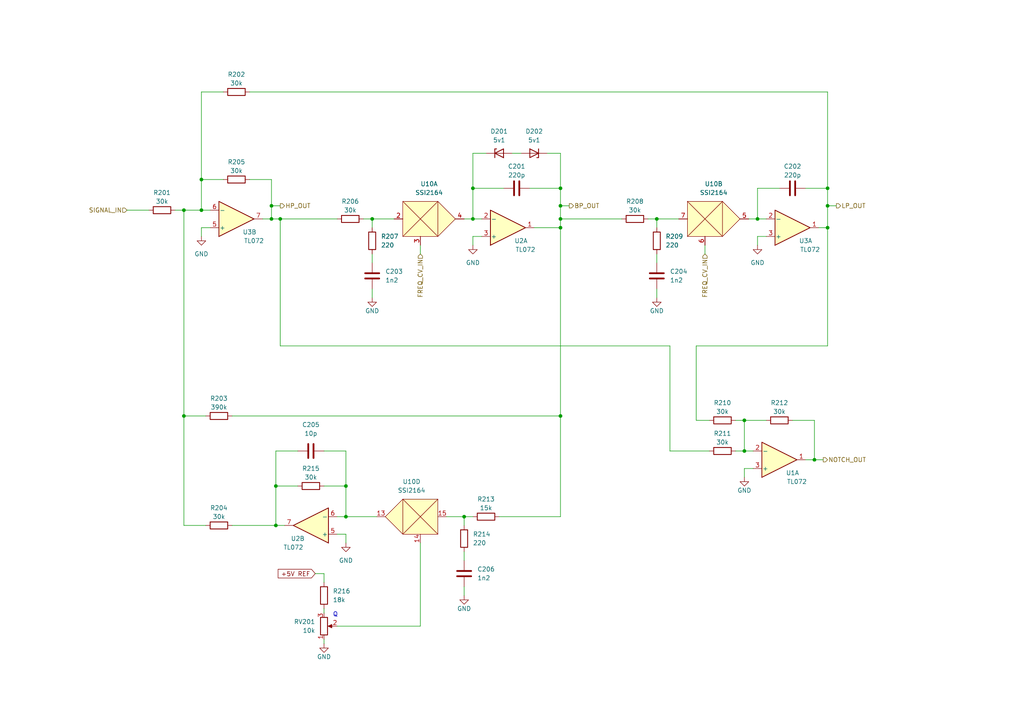
<source format=kicad_sch>
(kicad_sch (version 20211123) (generator eeschema)
  (paper "A4")
  (title_block (title "Josh Ox Ribbon Synth VCF/VCA board") (date "2022-07-21") (rev "0") (comment 1 "creativecommons.org/licenses/by/4.0/") (comment 2 "License: CC by 4.0") (comment 3 "Author: Jordan Aceto"))
  (lib_symbols
    (symbol "Amplifier_Operational:TL072" (pin_names (offset 0.127))
      (property "Reference" "U" (at 0 5.08 0))
      (property "Value" "TL072" (at 0 -5.08 0))
      (symbol "TL072_1_1"
        (polyline (pts (xy -5.08 5.08) (xy 5.08 0) (xy -5.08 -5.08) (xy -5.08 5.08)) (stroke (width 0.254)) (fill (type background)))
        (pin output line (at 7.62 0 180) (length 2.54) (name "~") (number "1"))
        (pin input line (at -7.62 -2.54 0) (length 2.54) (name "-") (number "2"))
        (pin input line (at -7.62 2.54 0) (length 2.54) (name "+") (number "3"))
      )
      (symbol "TL072_2_1"
        (polyline (pts (xy -5.08 5.08) (xy 5.08 0) (xy -5.08 -5.08) (xy -5.08 5.08)) (stroke (width 0.254)) (fill (type background)))
        (pin input line (at -7.62 2.54 0) (length 2.54) (name "+") (number "5"))
        (pin input line (at -7.62 -2.54 0) (length 2.54) (name "-") (number "6"))
        (pin output line (at 7.62 0 180) (length 2.54) (name "~") (number "7"))
      )
      (symbol "TL072_3_1"
        (pin power_in line (at -2.54 -7.62 90) (length 3.81) (name "V-") (number "4"))
        (pin power_in line (at -2.54 7.62 270) (length 3.81) (name "V+") (number "8"))
      )
    )
    (symbol "Device:C" (pin_numbers hide) (pin_names (offset 0.254))
      (property "Reference" "C" (at 0.635 2.54 0))
      (property "Value" "C" (at 0.635 -2.54 0))
      (symbol "C_0_1"
        (polyline (pts (xy -2.032 -0.762) (xy 2.032 -0.762)) (stroke (width 0.508)))
        (polyline (pts (xy -2.032 0.762) (xy 2.032 0.762)) (stroke (width 0.508)))
      )
      (symbol "C_1_1"
        (pin passive line (at 0 3.81 270) (length 2.794) (name "~") (number "1"))
        (pin passive line (at 0 -3.81 90) (length 2.794) (name "~") (number "2"))
      )
    )
    (symbol "Device:D_Zener" (pin_numbers hide) (pin_names (offset 1.016) hide)
      (property "Reference" "D" (at 0 2.54 0))
      (property "Value" "D_Zener" (at 0 -2.54 0))
      (symbol "D_Zener_0_1"
        (polyline (pts (xy 1.27 0) (xy -1.27 0)))
        (polyline (pts (xy -1.27 -1.27) (xy -1.27 1.27) (xy -0.762 1.27)) (stroke (width 0.254)))
        (polyline (pts (xy 1.27 -1.27) (xy 1.27 1.27) (xy -1.27 0) (xy 1.27 -1.27)) (stroke (width 0.254)))
      )
      (symbol "D_Zener_1_1"
        (pin passive line (at -3.81 0 0) (length 2.54) (name "K") (number "1"))
        (pin passive line (at 3.81 0 180) (length 2.54) (name "A") (number "2"))
      )
    )
    (symbol "Device:R" (pin_numbers hide) (pin_names (offset 0))
      (property "Reference" "R" (at 2.032 0 90))
      (property "Value" "R" (at 0 0 90))
      (symbol "R_0_1"
        (rectangle (start -1.016 -2.54) (end 1.016 2.54) (stroke (width 0.254)))
      )
      (symbol "R_1_1"
        (pin passive line (at 0 3.81 270) (length 1.27) (name "~") (number "1"))
        (pin passive line (at 0 -3.81 90) (length 1.27) (name "~") (number "2"))
      )
    )
    (symbol "Device:R_Potentiometer" (pin_names (offset 1.016) hide)
      (property "Reference" "RV" (at -4.445 0 90))
      (property "Value" "R_Potentiometer" (at -2.54 0 90))
      (symbol "R_Potentiometer_0_1"
        (polyline (pts (xy 2.54 0) (xy 1.524 0)))
        (polyline (pts (xy 1.143 0) (xy 2.286 0.508) (xy 2.286 -0.508) (xy 1.143 0)) (fill (type outline)))
        (rectangle (start 1.016 2.54) (end -1.016 -2.54) (stroke (width 0.254)))
      )
      (symbol "R_Potentiometer_1_1"
        (pin passive line (at 0 3.81 270) (length 1.27) (name "1") (number "1"))
        (pin passive line (at 3.81 0 180) (length 1.27) (name "2") (number "2"))
        (pin passive line (at 0 -3.81 90) (length 1.27) (name "3") (number "3"))
      )
    )
    (symbol "custom_symbols:SSI2164" (pin_names (offset 1.016))
      (property "Reference" "U?" (at 0 10.16 0))
      (property "Value" "SSI2164" (at 0 7.62 0))
      (symbol "SSI2164_1_1"
        (rectangle (start -5.08 5.08) (end 5.08 -5.08) (fill (type background)))
        (polyline (pts (xy 5.08 5.08) (xy -5.08 -5.08)))
        (polyline (pts (xy 5.08 5.08) (xy 10.16 0) (xy 5.08 -5.08) (xy -5.08 5.08)) (fill (type background)))
        (pin input line (at -7.62 0 0) (length 2.54) (name "~") (number "2"))
        (pin input line (at 0 -7.62 90) (length 2.54) (name "~") (number "3"))
        (pin output line (at 12.7 0 180) (length 2.54) (name "~") (number "4"))
      )
      (symbol "SSI2164_2_1"
        (rectangle (start -5.08 5.08) (end 5.08 -5.08) (fill (type background)))
        (polyline (pts (xy 5.08 5.08) (xy -5.08 -5.08)))
        (polyline (pts (xy 5.08 5.08) (xy 10.16 0) (xy 5.08 -5.08) (xy -5.08 5.08)) (fill (type background)))
        (pin output line (at 12.7 0 180) (length 2.54) (name "~") (number "5"))
        (pin input line (at 0 -7.62 90) (length 2.54) (name "~") (number "6"))
        (pin input line (at -7.62 0 0) (length 2.54) (name "~") (number "7"))
      )
      (symbol "SSI2164_3_1"
        (rectangle (start -5.08 5.08) (end 5.08 -5.08) (fill (type background)))
        (polyline (pts (xy 5.08 5.08) (xy -5.08 -5.08)))
        (polyline (pts (xy 5.08 5.08) (xy 10.16 0) (xy 5.08 -5.08) (xy -5.08 5.08)) (fill (type background)))
        (pin input line (at -7.62 0 0) (length 2.54) (name "~") (number "10"))
        (pin input line (at 0 -7.62 90) (length 2.54) (name "~") (number "11"))
        (pin output line (at 12.7 0 180) (length 2.54) (name "~") (number "12"))
      )
      (symbol "SSI2164_4_1"
        (rectangle (start -5.08 5.08) (end 5.08 -5.08) (fill (type background)))
        (polyline (pts (xy 5.08 5.08) (xy -5.08 -5.08)))
        (polyline (pts (xy 5.08 5.08) (xy 10.16 0) (xy 5.08 -5.08) (xy -5.08 5.08)) (fill (type background)))
        (pin output line (at 12.7 0 180) (length 2.54) (name "~") (number "13"))
        (pin input line (at 0 -7.62 90) (length 2.54) (name "~") (number "14"))
        (pin input line (at -7.62 0 0) (length 2.54) (name "~") (number "15"))
      )
      (symbol "SSI2164_5_1"
        (pin input line (at 2.54 -10.16 180) (length 2.54) (name "mode") (number "1"))
        (pin power_in line (at 2.54 5.08 180) (length 2.54) (name "V+") (number "16"))
        (pin power_in line (at 2.54 0 180) (length 2.54) (name "gnd") (number "8"))
        (pin power_in line (at 2.54 -5.08 180) (length 2.54) (name "V-") (number "9"))
      )
    )
    (symbol "power:GND" (power) (pin_names (offset 0))
      (property "Value" "GND" (at 0 -3.81 0))
      (symbol "GND_0_1"
        (polyline (pts (xy 0 0) (xy 0 -1.27) (xy 1.27 -1.27) (xy 0 -2.54) (xy -1.27 -1.27) (xy 0 -1.27)))
      )
      (symbol "GND_1_1"
        (pin power_in line (at 0 0 270) (length 0) hide (name "GND") (number "1"))
      )
    )
  )
  (junction (at 78.74 63.5))
  (junction (at 58.42 60.96))
  (junction (at 80.01 152.4))
  (junction (at 107.95 63.5))
  (junction (at 162.56 63.5))
  (junction (at 215.9 121.92))
  (junction (at 215.9 130.81))
  (junction (at 240.03 66.04))
  (junction (at 162.56 66.04))
  (junction (at 100.33 149.86))
  (junction (at 81.28 63.5))
  (junction (at 58.42 52.07))
  (junction (at 80.01 140.97))
  (junction (at 134.62 149.86))
  (junction (at 162.56 54.61))
  (junction (at 162.56 120.65))
  (junction (at 240.03 59.69))
  (junction (at 100.33 140.97))
  (junction (at 240.03 54.61))
  (junction (at 78.74 59.69))
  (junction (at 190.5 63.5))
  (junction (at 137.16 63.5))
  (junction (at 236.22 133.35))
  (junction (at 162.56 59.69))
  (junction (at 53.34 120.65))
  (junction (at 53.34 60.96))
  (junction (at 219.71 63.5))
  (junction (at 137.16 54.61))
  (wire (pts (xy 190.5 73.66) (xy 190.5 76.2)))
  (wire (pts (xy 78.74 59.69) (xy 81.28 59.69)))
  (wire (pts (xy 153.67 54.61) (xy 162.56 54.61)))
  (wire (pts (xy 129.54 149.86) (xy 134.62 149.86)))
  (wire (pts (xy 162.56 44.45) (xy 162.56 54.61)))
  (wire (pts (xy 162.56 66.04) (xy 162.56 63.5)))
  (wire (pts (xy 58.42 68.58) (xy 58.42 66.04)))
  (wire (pts (xy 219.71 54.61) (xy 226.06 54.61)))
  (wire (pts (xy 137.16 54.61) (xy 146.05 54.61)))
  (wire (pts (xy 162.56 120.65) (xy 162.56 149.86)))
  (wire (pts (xy 236.22 133.35) (xy 238.76 133.35)))
  (wire (pts (xy 58.42 60.96) (xy 58.42 52.07)))
  (wire (pts (xy 97.79 181.61) (xy 121.92 181.61)))
  (wire (pts (xy 78.74 63.5) (xy 81.28 63.5)))
  (wire (pts (xy 58.42 26.67) (xy 58.42 52.07)))
  (wire (pts (xy 36.83 60.96) (xy 43.18 60.96)))
  (wire (pts (xy 53.34 120.65) (xy 59.69 120.65)))
  (wire (pts (xy 134.62 149.86) (xy 137.16 149.86)))
  (wire (pts (xy 240.03 54.61) (xy 240.03 26.67)))
  (wire (pts (xy 233.68 133.35) (xy 236.22 133.35)))
  (wire (pts (xy 222.25 63.5) (xy 219.71 63.5)))
  (wire (pts (xy 107.95 63.5) (xy 114.3 63.5)))
  (wire (pts (xy 201.93 121.92) (xy 201.93 100.33)))
  (wire (pts (xy 80.01 152.4) (xy 67.31 152.4)))
  (wire (pts (xy 215.9 121.92) (xy 222.25 121.92)))
  (wire (pts (xy 107.95 66.04) (xy 107.95 63.5)))
  (wire (pts (xy 107.95 73.66) (xy 107.95 76.2)))
  (wire (pts (xy 217.17 63.5) (xy 219.71 63.5)))
  (wire (pts (xy 215.9 135.89) (xy 218.44 135.89)))
  (wire (pts (xy 134.62 160.02) (xy 134.62 162.56)))
  (wire (pts (xy 58.42 60.96) (xy 60.96 60.96)))
  (wire (pts (xy 53.34 120.65) (xy 53.34 152.4)))
  (wire (pts (xy 134.62 170.18) (xy 134.62 172.72)))
  (wire (pts (xy 78.74 52.07) (xy 72.39 52.07)))
  (wire (pts (xy 78.74 63.5) (xy 78.74 59.69)))
  (wire (pts (xy 139.7 63.5) (xy 137.16 63.5)))
  (wire (pts (xy 190.5 83.82) (xy 190.5 86.36)))
  (wire (pts (xy 213.36 130.81) (xy 215.9 130.81)))
  (wire (pts (xy 93.98 176.53) (xy 93.98 177.8)))
  (wire (pts (xy 134.62 63.5) (xy 137.16 63.5)))
  (wire (pts (xy 59.69 152.4) (xy 53.34 152.4)))
  (wire (pts (xy 190.5 63.5) (xy 196.85 63.5)))
  (wire (pts (xy 219.71 71.12) (xy 219.71 68.58)))
  (wire (pts (xy 80.01 140.97) (xy 86.36 140.97)))
  (wire (pts (xy 100.33 157.48) (xy 100.33 154.94)))
  (wire (pts (xy 107.95 63.5) (xy 105.41 63.5)))
  (wire (pts (xy 137.16 71.12) (xy 137.16 68.58)))
  (wire (pts (xy 81.28 63.5) (xy 97.79 63.5)))
  (wire (pts (xy 121.92 157.48) (xy 121.92 181.61)))
  (wire (pts (xy 205.74 121.92) (xy 201.93 121.92)))
  (wire (pts (xy 233.68 54.61) (xy 240.03 54.61)))
  (wire (pts (xy 162.56 66.04) (xy 162.56 120.65)))
  (wire (pts (xy 100.33 140.97) (xy 93.98 140.97)))
  (wire (pts (xy 76.2 63.5) (xy 78.74 63.5)))
  (wire (pts (xy 236.22 133.35) (xy 236.22 121.92)))
  (wire (pts (xy 80.01 152.4) (xy 80.01 140.97)))
  (wire (pts (xy 190.5 63.5) (xy 187.96 63.5)))
  (wire (pts (xy 97.79 149.86) (xy 100.33 149.86)))
  (wire (pts (xy 93.98 166.37) (xy 93.98 168.91)))
  (wire (pts (xy 100.33 149.86) (xy 109.22 149.86)))
  (wire (pts (xy 190.5 66.04) (xy 190.5 63.5)))
  (wire (pts (xy 58.42 26.67) (xy 64.77 26.67)))
  (wire (pts (xy 121.92 71.12) (xy 121.92 73.66)))
  (wire (pts (xy 215.9 135.89) (xy 215.9 138.43)))
  (wire (pts (xy 58.42 52.07) (xy 64.77 52.07)))
  (wire (pts (xy 78.74 59.69) (xy 78.74 52.07)))
  (wire (pts (xy 82.55 152.4) (xy 80.01 152.4)))
  (wire (pts (xy 100.33 149.86) (xy 100.33 140.97)))
  (wire (pts (xy 137.16 44.45) (xy 137.16 54.61)))
  (wire (pts (xy 97.79 154.94) (xy 100.33 154.94)))
  (wire (pts (xy 81.28 63.5) (xy 81.28 100.33)))
  (wire (pts (xy 215.9 130.81) (xy 218.44 130.81)))
  (wire (pts (xy 67.31 120.65) (xy 162.56 120.65)))
  (wire (pts (xy 240.03 59.69) (xy 240.03 66.04)))
  (wire (pts (xy 219.71 68.58) (xy 222.25 68.58)))
  (wire (pts (xy 162.56 59.69) (xy 165.1 59.69)))
  (wire (pts (xy 107.95 83.82) (xy 107.95 86.36)))
  (wire (pts (xy 100.33 130.81) (xy 100.33 140.97)))
  (wire (pts (xy 148.59 44.45) (xy 151.13 44.45)))
  (wire (pts (xy 162.56 59.69) (xy 162.56 54.61)))
  (wire (pts (xy 162.56 149.86) (xy 144.78 149.86)))
  (wire (pts (xy 194.31 130.81) (xy 205.74 130.81)))
  (wire (pts (xy 215.9 130.81) (xy 215.9 121.92)))
  (wire (pts (xy 194.31 100.33) (xy 194.31 130.81)))
  (wire (pts (xy 240.03 54.61) (xy 240.03 59.69)))
  (wire (pts (xy 240.03 59.69) (xy 242.57 59.69)))
  (wire (pts (xy 137.16 68.58) (xy 139.7 68.58)))
  (wire (pts (xy 204.47 71.12) (xy 204.47 73.66)))
  (wire (pts (xy 72.39 26.67) (xy 240.03 26.67)))
  (wire (pts (xy 154.94 66.04) (xy 162.56 66.04)))
  (wire (pts (xy 58.42 66.04) (xy 60.96 66.04)))
  (wire (pts (xy 93.98 130.81) (xy 100.33 130.81)))
  (wire (pts (xy 81.28 100.33) (xy 194.31 100.33)))
  (wire (pts (xy 53.34 60.96) (xy 58.42 60.96)))
  (wire (pts (xy 80.01 130.81) (xy 80.01 140.97)))
  (wire (pts (xy 93.98 186.69) (xy 93.98 185.42)))
  (wire (pts (xy 162.56 63.5) (xy 180.34 63.5)))
  (wire (pts (xy 86.36 130.81) (xy 80.01 130.81)))
  (wire (pts (xy 201.93 100.33) (xy 240.03 100.33)))
  (wire (pts (xy 162.56 63.5) (xy 162.56 59.69)))
  (wire (pts (xy 50.8 60.96) (xy 53.34 60.96)))
  (wire (pts (xy 53.34 60.96) (xy 53.34 120.65)))
  (wire (pts (xy 213.36 121.92) (xy 215.9 121.92)))
  (wire (pts (xy 134.62 149.86) (xy 134.62 152.4)))
  (wire (pts (xy 219.71 63.5) (xy 219.71 54.61)))
  (wire (pts (xy 229.87 121.92) (xy 236.22 121.92)))
  (wire (pts (xy 237.49 66.04) (xy 240.03 66.04)))
  (wire (pts (xy 158.75 44.45) (xy 162.56 44.45)))
  (wire (pts (xy 240.03 100.33) (xy 240.03 66.04)))
  (wire (pts (xy 137.16 63.5) (xy 137.16 54.61)))
  (wire (pts (xy 91.44 166.37) (xy 93.98 166.37)))
  (wire (pts (xy 140.97 44.45) (xy 137.16 44.45)))
  (text "Q" (at 96.52 179.07 0) (effects (font (size 1.27 1.27)) (justify left bottom)))
  (global_label "+5V REF" (shape input) (at 91.44 166.37 180) (property "Intersheet References" "${INTERSHEET_REFS}" (effects hide)))
  (hierarchical_label "SIGNAL_IN" (shape input) (at 36.83 60.96 180))
  (hierarchical_label "FREQ_CV_IN" (shape input) (at 121.92 73.66 270))
  (hierarchical_label "BP_OUT" (shape output) (at 165.1 59.69 0))
  (hierarchical_label "HP_OUT" (shape output) (at 81.28 59.69 0))
  (hierarchical_label "FREQ_CV_IN" (shape input) (at 204.47 73.66 270))
  (hierarchical_label "NOTCH_OUT" (shape output) (at 238.76 133.35 0))
  (hierarchical_label "LP_OUT" (shape output) (at 242.57 59.69 0))
  (symbol (lib_id "Device:R") (at 93.98 172.72 0) (unit 1)
    (property "Reference" "R216" (at 96.52 171.4499 0) (effects (justify left)))
    (property "Value" "18k" (at 96.52 173.9899 0) (effects (justify left)))
    (property "Footprint" "Resistor_SMD:R_0805_2012Metric" (effects hide))
  )
  (symbol (lib_id "power:GND") (at 58.42 68.58 0) (unit 1)
    (property "Reference" "#PWR0201" (effects hide))
    (property "Value" "GND" (at 58.42 73.66 0))
  )
  (symbol (lib_id "power:GND") (at 93.98 186.69 0) (unit 1)
    (property "Reference" "#PWR0209" (effects hide))
    (property "Value" "GND" (at 93.98 190.5 0))
  )
  (symbol (lib_id "Device:C") (at 190.5 80.01 0) (unit 1)
    (property "Reference" "C204" (at 194.31 78.7399 0) (effects (justify left)))
    (property "Value" "1n2" (at 194.31 81.2799 0) (effects (justify left)))
    (property "Footprint" "Capacitor_SMD:C_0805_2012Metric" (effects hide))
  )
  (symbol (lib_id "Amplifier_Operational:TL072") (at 147.32 66.04 0) (mirror x) (unit 1)
    (property "Reference" "U2" (at 151.13 69.85 0))
    (property "Value" "TL072" (at 152.4 72.39 0))
    (property "Footprint" "Package_SO:SO-8_5.3x6.2mm_P1.27mm" (effects hide))
    (property "Datasheet" "http://www.ti.com/lit/ds/symlink/tl071.pdf" (effects hide))
  )
  (symbol (lib_id "Device:R") (at 63.5 120.65 90) (unit 1)
    (property "Reference" "R203" (at 63.5 115.57 90))
    (property "Value" "390k" (at 63.5 118.11 90))
    (property "Footprint" "Resistor_SMD:R_0805_2012Metric" (effects hide))
  )
  (symbol (lib_id "Amplifier_Operational:TL072") (at 90.17 152.4 180) (unit 2)
    (property "Reference" "U2" (at 86.36 156.21 0))
    (property "Value" "TL072" (at 85.09 158.75 0))
    (property "Footprint" "Package_SO:SO-8_5.3x6.2mm_P1.27mm" (effects hide))
    (property "Datasheet" "http://www.ti.com/lit/ds/symlink/tl071.pdf" (effects hide))
  )
  (symbol (lib_id "power:GND") (at 137.16 71.12 0) (unit 1)
    (property "Reference" "#PWR0202" (effects hide))
    (property "Value" "GND" (at 137.16 76.2 0))
  )
  (symbol (lib_id "Device:R") (at 63.5 152.4 90) (unit 1)
    (property "Reference" "R204" (at 63.5 147.32 90))
    (property "Value" "30k" (at 63.5 149.86 90))
    (property "Footprint" "Resistor_SMD:R_0805_2012Metric" (effects hide))
  )
  (symbol (lib_id "custom_symbols:SSI2164") (at 121.92 149.86 0) (mirror y) (unit 4)
    (property "Reference" "U10" (at 119.38 139.7 0))
    (property "Value" "SSI2164" (at 119.38 142.24 0))
    (property "Footprint" "Package_SO:SOIC-16_3.9x9.9mm_P1.27mm" (effects hide))
    (property "Datasheet" "https://www.soundsemiconductor.com/downloads/ssi2164datasheet.pdf" (effects hide))
  )
  (symbol (lib_id "Device:C") (at 149.86 54.61 90) (unit 1)
    (property "Reference" "C201" (at 149.86 48.26 90))
    (property "Value" "220p" (at 149.86 50.8 90))
    (property "Footprint" "Capacitor_THT:C_Rect_L7.2mm_W4.5mm_P5.00mm_FKS2_FKP2_MKS2_MKP2" (effects hide))
  )
  (symbol (lib_id "Device:R") (at 68.58 52.07 90) (unit 1)
    (property "Reference" "R205" (at 68.58 46.99 90))
    (property "Value" "30k" (at 68.58 49.53 90))
    (property "Footprint" "Resistor_SMD:R_0805_2012Metric" (effects hide))
  )
  (symbol (lib_id "Device:R") (at 46.99 60.96 90) (unit 1)
    (property "Reference" "R201" (at 46.99 55.88 90))
    (property "Value" "30k" (at 46.99 58.42 90))
    (property "Footprint" "Resistor_SMD:R_0805_2012Metric" (effects hide))
  )
  (symbol (lib_id "Device:R") (at 107.95 69.85 0) (unit 1)
    (property "Reference" "R207" (at 110.49 68.5799 0) (effects (justify left)))
    (property "Value" "220" (at 110.49 71.1199 0) (effects (justify left)))
    (property "Footprint" "Resistor_SMD:R_0805_2012Metric" (effects hide))
  )
  (symbol (lib_id "Amplifier_Operational:TL072") (at 229.87 66.04 0) (mirror x) (unit 1)
    (property "Reference" "U3" (at 233.68 69.85 0))
    (property "Value" "TL072" (at 234.95 72.39 0))
    (property "Footprint" "Package_SO:SO-8_5.3x6.2mm_P1.27mm" (effects hide))
    (property "Datasheet" "http://www.ti.com/lit/ds/symlink/tl071.pdf" (effects hide))
  )
  (symbol (lib_id "Device:R") (at 68.58 26.67 90) (unit 1)
    (property "Reference" "R202" (at 68.58 21.59 90))
    (property "Value" "30k" (at 68.58 24.13 90))
    (property "Footprint" "Resistor_SMD:R_0805_2012Metric" (effects hide))
  )
  (symbol (lib_id "Device:R") (at 101.6 63.5 90) (unit 1)
    (property "Reference" "R206" (at 101.6 58.42 90))
    (property "Value" "30k" (at 101.6 60.96 90))
    (property "Footprint" "Resistor_SMD:R_0805_2012Metric" (effects hide))
  )
  (symbol (lib_id "power:GND") (at 190.5 86.36 0) (unit 1)
    (property "Reference" "#PWR0205" (effects hide))
    (property "Value" "GND" (at 190.5 90.17 0))
  )
  (symbol (lib_id "power:GND") (at 107.95 86.36 0) (unit 1)
    (property "Reference" "#PWR0204" (effects hide))
    (property "Value" "GND" (at 107.95 90.17 0))
  )
  (symbol (lib_id "Device:C") (at 229.87 54.61 90) (unit 1)
    (property "Reference" "C202" (at 229.87 48.26 90))
    (property "Value" "220p" (at 229.87 50.8 90))
    (property "Footprint" "Capacitor_THT:C_Rect_L7.2mm_W4.5mm_P5.00mm_FKS2_FKP2_MKS2_MKP2" (effects hide))
  )
  (symbol (lib_id "Device:C") (at 90.17 130.81 90) (unit 1)
    (property "Reference" "C205" (at 90.17 123.19 90))
    (property "Value" "10p" (at 90.17 125.73 90))
    (property "Footprint" "Capacitor_SMD:C_0805_2012Metric" (effects hide))
  )
  (symbol (lib_id "power:GND") (at 100.33 157.48 0) (mirror y) (unit 1)
    (property "Reference" "#PWR0206" (effects hide))
    (property "Value" "~" (at 100.33 162.56 0))
  )
  (symbol (lib_id "Device:R") (at 184.15 63.5 90) (unit 1)
    (property "Reference" "R208" (at 184.15 58.42 90))
    (property "Value" "30k" (at 184.15 60.96 90))
    (property "Footprint" "Resistor_SMD:R_0805_2012Metric" (effects hide))
  )
  (symbol (lib_id "power:GND") (at 219.71 71.12 0) (unit 1)
    (property "Reference" "#PWR0203" (effects hide))
    (property "Value" "GND" (at 219.71 76.2 0))
  )
  (symbol (lib_id "Device:C") (at 107.95 80.01 0) (unit 1)
    (property "Reference" "C203" (at 111.76 78.7399 0) (effects (justify left)))
    (property "Value" "1n2" (at 111.76 81.2799 0) (effects (justify left)))
    (property "Footprint" "Capacitor_SMD:C_0805_2012Metric" (effects hide))
  )
  (symbol (lib_id "Device:C") (at 134.62 166.37 0) (unit 1)
    (property "Reference" "C206" (at 138.43 165.0999 0) (effects (justify left)))
    (property "Value" "1n2" (at 138.43 167.6399 0) (effects (justify left)))
    (property "Footprint" "Capacitor_SMD:C_0805_2012Metric" (effects hide))
  )
  (symbol (lib_id "Device:R") (at 209.55 121.92 90) (unit 1)
    (property "Reference" "R210" (at 209.55 116.84 90))
    (property "Value" "30k" (at 209.55 119.38 90))
    (property "Footprint" "Resistor_SMD:R_0805_2012Metric" (effects hide))
  )
  (symbol (lib_id "Amplifier_Operational:TL072") (at 68.58 63.5 0) (mirror x) (unit 2)
    (property "Reference" "U3" (at 72.39 67.31 0))
    (property "Value" "TL072" (at 73.66 69.85 0))
    (property "Footprint" "Package_SO:SO-8_5.3x6.2mm_P1.27mm" (effects hide))
    (property "Datasheet" "http://www.ti.com/lit/ds/symlink/tl071.pdf" (effects hide))
  )
  (symbol (lib_id "custom_symbols:SSI2164") (at 121.92 63.5 0) (unit 1)
    (property "Reference" "U10" (at 124.46 53.34 0))
    (property "Value" "SSI2164" (at 124.46 55.88 0))
    (property "Footprint" "Package_SO:SOIC-16_3.9x9.9mm_P1.27mm" (effects hide))
    (property "Datasheet" "https://www.soundsemiconductor.com/downloads/ssi2164datasheet.pdf" (effects hide))
  )
  (symbol (lib_id "Device:R") (at 190.5 69.85 0) (unit 1)
    (property "Reference" "R209" (at 193.04 68.5799 0) (effects (justify left)))
    (property "Value" "220" (at 193.04 71.1199 0) (effects (justify left)))
    (property "Footprint" "Resistor_SMD:R_0805_2012Metric" (effects hide))
  )
  (symbol (lib_id "Device:R") (at 134.62 156.21 0) (unit 1)
    (property "Reference" "R214" (at 137.16 154.9399 0) (effects (justify left)))
    (property "Value" "220" (at 137.16 157.4799 0) (effects (justify left)))
    (property "Footprint" "Resistor_SMD:R_0805_2012Metric" (effects hide))
  )
  (symbol (lib_id "Device:D_Zener") (at 144.78 44.45 0) (unit 1)
    (property "Reference" "D201" (at 144.78 38.1 0))
    (property "Value" "5v1" (at 144.78 40.64 0))
    (property "Footprint" "Diode_SMD:D_SOD-123" (effects hide))
  )
  (symbol (lib_id "Device:R") (at 209.55 130.81 90) (unit 1)
    (property "Reference" "R211" (at 209.55 125.73 90))
    (property "Value" "30k" (at 209.55 128.27 90))
    (property "Footprint" "Resistor_SMD:R_0805_2012Metric" (effects hide))
  )
  (symbol (lib_id "Device:R") (at 226.06 121.92 90) (unit 1)
    (property "Reference" "R212" (at 226.06 116.84 90))
    (property "Value" "30k" (at 226.06 119.38 90))
    (property "Footprint" "Resistor_SMD:R_0805_2012Metric" (effects hide))
  )
  (symbol (lib_id "Device:R_Potentiometer") (at 93.98 181.61 0) (mirror x) (unit 1)
    (property "Reference" "RV201" (at 91.44 180.3399 0) (effects (justify right)))
    (property "Value" "10k" (at 91.44 182.8799 0) (effects (justify right)))
    (property "Footprint" "Potentiometer_THT:Potentiometer_Alpha_RD901F-40-00D_Single_Vertical" (effects hide))
  )
  (symbol (lib_id "Device:D_Zener") (at 154.94 44.45 180) (unit 1)
    (property "Reference" "D202" (at 154.94 38.1 0))
    (property "Value" "5v1" (at 154.94 40.64 0))
    (property "Footprint" "Diode_SMD:D_SOD-123" (effects hide))
  )
  (symbol (lib_id "custom_symbols:SSI2164") (at 204.47 63.5 0) (unit 2)
    (property "Reference" "U10" (at 207.01 53.34 0))
    (property "Value" "SSI2164" (at 207.01 55.88 0))
    (property "Footprint" "Package_SO:SOIC-16_3.9x9.9mm_P1.27mm" (effects hide))
    (property "Datasheet" "https://www.soundsemiconductor.com/downloads/ssi2164datasheet.pdf" (effects hide))
  )
  (symbol (lib_id "Device:R") (at 90.17 140.97 270) (mirror x) (unit 1)
    (property "Reference" "R215" (at 90.17 135.89 90))
    (property "Value" "30k" (at 90.17 138.43 90))
    (property "Footprint" "Resistor_SMD:R_0805_2012Metric" (effects hide))
  )
  (symbol (lib_id "Device:R") (at 140.97 149.86 90) (unit 1)
    (property "Reference" "R213" (at 140.97 144.78 90))
    (property "Value" "15k" (at 140.97 147.32 90))
    (property "Footprint" "Resistor_SMD:R_0805_2012Metric" (effects hide))
  )
  (symbol (lib_id "power:GND") (at 134.62 172.72 0) (unit 1)
    (property "Reference" "#PWR0207" (effects hide))
    (property "Value" "GND" (at 134.62 176.53 0))
  )
  (symbol (lib_id "Amplifier_Operational:TL072") (at 226.06 133.35 0) (mirror x) (unit 1)
    (property "Reference" "U1" (at 229.87 137.16 0))
    (property "Value" "TL072" (at 231.14 139.7 0))
    (property "Footprint" "Package_SO:SO-8_5.3x6.2mm_P1.27mm" (effects hide))
    (property "Datasheet" "http://www.ti.com/lit/ds/symlink/tl071.pdf" (effects hide))
  )
  (symbol (lib_id "power:GND") (at 215.9 138.43 0) (unit 1)
    (property "Reference" "#PWR0208" (effects hide))
    (property "Value" "GND" (at 215.9 142.24 0))
  )
)
</source>
